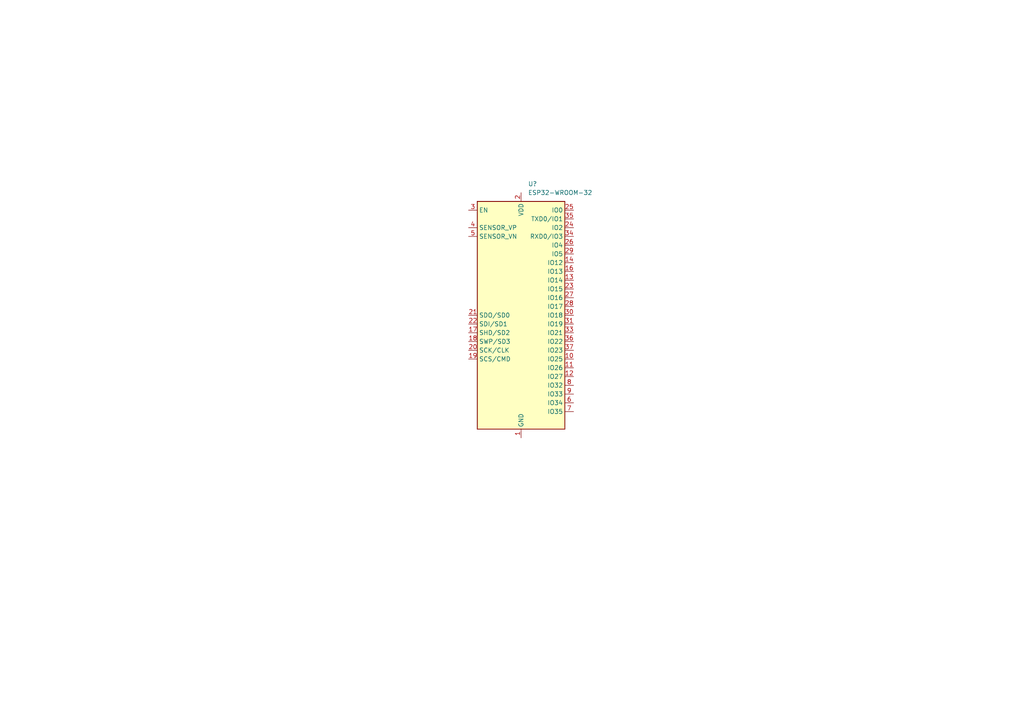
<source format=kicad_sch>
(kicad_sch (version 20211123) (generator eeschema)
  (paper "A4")
  (lib_symbols
    (symbol "RF_Module:ESP32-WROOM-32"
      (property "Reference" "U" (at -12.7 34.29 0))
      (property "Value" "ESP32-WROOM-32" (at 1.27 34.29 0))
      (symbol "ESP32-WROOM-32_0_1"
        (rectangle (start -12.7 33.02) (end 12.7 -33.02) (stroke (width 0.254)) (fill (type background)))
      )
      (symbol "ESP32-WROOM-32_1_1"
        (pin power_in line (at 0 -35.56 90) (length 2.54) (name "GND") (number "1"))
        (pin bidirectional line (at 15.24 -12.7 180) (length 2.54) (name "IO25") (number "10"))
        (pin bidirectional line (at 15.24 -15.24 180) (length 2.54) (name "IO26") (number "11"))
        (pin bidirectional line (at 15.24 -17.78 180) (length 2.54) (name "IO27") (number "12"))
        (pin bidirectional line (at 15.24 10.16 180) (length 2.54) (name "IO14") (number "13"))
        (pin bidirectional line (at 15.24 15.24 180) (length 2.54) (name "IO12") (number "14"))
        (pin passive line (at 0 -35.56 90) (length 2.54) hide (name "GND") (number "15"))
        (pin bidirectional line (at 15.24 12.7 180) (length 2.54) (name "IO13") (number "16"))
        (pin bidirectional line (at -15.24 -5.08 0) (length 2.54) (name "SHD/SD2") (number "17"))
        (pin bidirectional line (at -15.24 -7.62 0) (length 2.54) (name "SWP/SD3") (number "18"))
        (pin bidirectional line (at -15.24 -12.7 0) (length 2.54) (name "SCS/CMD") (number "19"))
        (pin power_in line (at 0 35.56 270) (length 2.54) (name "VDD") (number "2"))
        (pin bidirectional line (at -15.24 -10.16 0) (length 2.54) (name "SCK/CLK") (number "20"))
        (pin bidirectional line (at -15.24 0 0) (length 2.54) (name "SDO/SD0") (number "21"))
        (pin bidirectional line (at -15.24 -2.54 0) (length 2.54) (name "SDI/SD1") (number "22"))
        (pin bidirectional line (at 15.24 7.62 180) (length 2.54) (name "IO15") (number "23"))
        (pin bidirectional line (at 15.24 25.4 180) (length 2.54) (name "IO2") (number "24"))
        (pin bidirectional line (at 15.24 30.48 180) (length 2.54) (name "IO0") (number "25"))
        (pin bidirectional line (at 15.24 20.32 180) (length 2.54) (name "IO4") (number "26"))
        (pin bidirectional line (at 15.24 5.08 180) (length 2.54) (name "IO16") (number "27"))
        (pin bidirectional line (at 15.24 2.54 180) (length 2.54) (name "IO17") (number "28"))
        (pin bidirectional line (at 15.24 17.78 180) (length 2.54) (name "IO5") (number "29"))
        (pin input line (at -15.24 30.48 0) (length 2.54) (name "EN") (number "3"))
        (pin bidirectional line (at 15.24 0 180) (length 2.54) (name "IO18") (number "30"))
        (pin bidirectional line (at 15.24 -2.54 180) (length 2.54) (name "IO19") (number "31"))
        (pin no_connect line (at -12.7 -27.94 0) (length 2.54) hide (name "NC") (number "32"))
        (pin bidirectional line (at 15.24 -5.08 180) (length 2.54) (name "IO21") (number "33"))
        (pin bidirectional line (at 15.24 22.86 180) (length 2.54) (name "RXD0/IO3") (number "34"))
        (pin bidirectional line (at 15.24 27.94 180) (length 2.54) (name "TXD0/IO1") (number "35"))
        (pin bidirectional line (at 15.24 -7.62 180) (length 2.54) (name "IO22") (number "36"))
        (pin bidirectional line (at 15.24 -10.16 180) (length 2.54) (name "IO23") (number "37"))
        (pin passive line (at 0 -35.56 90) (length 2.54) hide (name "GND") (number "38"))
        (pin passive line (at 0 -35.56 90) (length 2.54) hide (name "GND") (number "39"))
        (pin input line (at -15.24 25.4 0) (length 2.54) (name "SENSOR_VP") (number "4"))
        (pin input line (at -15.24 22.86 0) (length 2.54) (name "SENSOR_VN") (number "5"))
        (pin input line (at 15.24 -25.4 180) (length 2.54) (name "IO34") (number "6"))
        (pin input line (at 15.24 -27.94 180) (length 2.54) (name "IO35") (number "7"))
        (pin bidirectional line (at 15.24 -20.32 180) (length 2.54) (name "IO32") (number "8"))
        (pin bidirectional line (at 15.24 -22.86 180) (length 2.54) (name "IO33") (number "9"))
      )
    )
  )
  (symbol (lib_id "RF_Module:ESP32-WROOM-32") (at 151.13 91.44 0) (unit 1)
    (property "Reference" "U?" (at 153.1494 53.34 0) (effects (justify left)))
    (property "Value" "ESP32-WROOM-32" (at 153.1494 55.88 0) (effects (justify left)))
    (property "Footprint" "RF_Module:ESP32-WROOM-32" (effects hide))
    (property "Datasheet" "https://www.espressif.com/sites/default/files/documentation/esp32-wroom-32_datasheet_en.pdf" (effects hide))
  )
)
</source>
